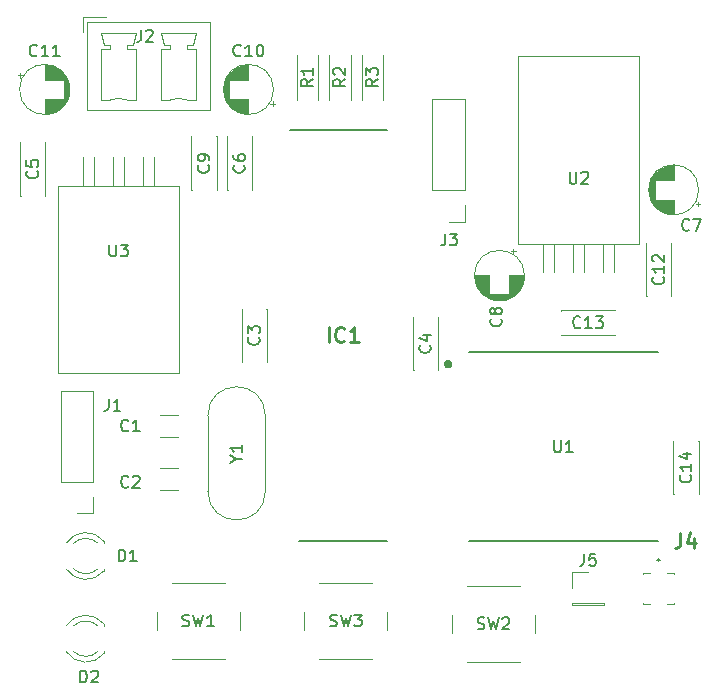
<source format=gto>
%TF.GenerationSoftware,KiCad,Pcbnew,9.0.5-9.0.5~ubuntu24.04.1*%
%TF.CreationDate,2025-11-05T16:31:41+03:00*%
%TF.ProjectId,Lora-Based pump control circuit,4c6f7261-2d42-4617-9365-642070756d70,1.0*%
%TF.SameCoordinates,Original*%
%TF.FileFunction,Legend,Top*%
%TF.FilePolarity,Positive*%
%FSLAX46Y46*%
G04 Gerber Fmt 4.6, Leading zero omitted, Abs format (unit mm)*
G04 Created by KiCad (PCBNEW 9.0.5-9.0.5~ubuntu24.04.1) date 2025-11-05 16:31:41*
%MOMM*%
%LPD*%
G01*
G04 APERTURE LIST*
%ADD10C,0.150000*%
%ADD11C,0.254000*%
%ADD12C,0.120000*%
%ADD13C,0.200000*%
%ADD14C,0.010000*%
%ADD15C,0.100000*%
G04 APERTURE END LIST*
D10*
X122333333Y-101859580D02*
X122285714Y-101907200D01*
X122285714Y-101907200D02*
X122142857Y-101954819D01*
X122142857Y-101954819D02*
X122047619Y-101954819D01*
X122047619Y-101954819D02*
X121904762Y-101907200D01*
X121904762Y-101907200D02*
X121809524Y-101811961D01*
X121809524Y-101811961D02*
X121761905Y-101716723D01*
X121761905Y-101716723D02*
X121714286Y-101526247D01*
X121714286Y-101526247D02*
X121714286Y-101383390D01*
X121714286Y-101383390D02*
X121761905Y-101192914D01*
X121761905Y-101192914D02*
X121809524Y-101097676D01*
X121809524Y-101097676D02*
X121904762Y-101002438D01*
X121904762Y-101002438D02*
X122047619Y-100954819D01*
X122047619Y-100954819D02*
X122142857Y-100954819D01*
X122142857Y-100954819D02*
X122285714Y-101002438D01*
X122285714Y-101002438D02*
X122333333Y-101050057D01*
X122714286Y-101050057D02*
X122761905Y-101002438D01*
X122761905Y-101002438D02*
X122857143Y-100954819D01*
X122857143Y-100954819D02*
X123095238Y-100954819D01*
X123095238Y-100954819D02*
X123190476Y-101002438D01*
X123190476Y-101002438D02*
X123238095Y-101050057D01*
X123238095Y-101050057D02*
X123285714Y-101145295D01*
X123285714Y-101145295D02*
X123285714Y-101240533D01*
X123285714Y-101240533D02*
X123238095Y-101383390D01*
X123238095Y-101383390D02*
X122666667Y-101954819D01*
X122666667Y-101954819D02*
X123285714Y-101954819D01*
X167609580Y-84142857D02*
X167657200Y-84190476D01*
X167657200Y-84190476D02*
X167704819Y-84333333D01*
X167704819Y-84333333D02*
X167704819Y-84428571D01*
X167704819Y-84428571D02*
X167657200Y-84571428D01*
X167657200Y-84571428D02*
X167561961Y-84666666D01*
X167561961Y-84666666D02*
X167466723Y-84714285D01*
X167466723Y-84714285D02*
X167276247Y-84761904D01*
X167276247Y-84761904D02*
X167133390Y-84761904D01*
X167133390Y-84761904D02*
X166942914Y-84714285D01*
X166942914Y-84714285D02*
X166847676Y-84666666D01*
X166847676Y-84666666D02*
X166752438Y-84571428D01*
X166752438Y-84571428D02*
X166704819Y-84428571D01*
X166704819Y-84428571D02*
X166704819Y-84333333D01*
X166704819Y-84333333D02*
X166752438Y-84190476D01*
X166752438Y-84190476D02*
X166800057Y-84142857D01*
X167704819Y-83190476D02*
X167704819Y-83761904D01*
X167704819Y-83476190D02*
X166704819Y-83476190D01*
X166704819Y-83476190D02*
X166847676Y-83571428D01*
X166847676Y-83571428D02*
X166942914Y-83666666D01*
X166942914Y-83666666D02*
X166990533Y-83761904D01*
X166800057Y-82809523D02*
X166752438Y-82761904D01*
X166752438Y-82761904D02*
X166704819Y-82666666D01*
X166704819Y-82666666D02*
X166704819Y-82428571D01*
X166704819Y-82428571D02*
X166752438Y-82333333D01*
X166752438Y-82333333D02*
X166800057Y-82285714D01*
X166800057Y-82285714D02*
X166895295Y-82238095D01*
X166895295Y-82238095D02*
X166990533Y-82238095D01*
X166990533Y-82238095D02*
X167133390Y-82285714D01*
X167133390Y-82285714D02*
X167704819Y-82857142D01*
X167704819Y-82857142D02*
X167704819Y-82238095D01*
X131857142Y-65359580D02*
X131809523Y-65407200D01*
X131809523Y-65407200D02*
X131666666Y-65454819D01*
X131666666Y-65454819D02*
X131571428Y-65454819D01*
X131571428Y-65454819D02*
X131428571Y-65407200D01*
X131428571Y-65407200D02*
X131333333Y-65311961D01*
X131333333Y-65311961D02*
X131285714Y-65216723D01*
X131285714Y-65216723D02*
X131238095Y-65026247D01*
X131238095Y-65026247D02*
X131238095Y-64883390D01*
X131238095Y-64883390D02*
X131285714Y-64692914D01*
X131285714Y-64692914D02*
X131333333Y-64597676D01*
X131333333Y-64597676D02*
X131428571Y-64502438D01*
X131428571Y-64502438D02*
X131571428Y-64454819D01*
X131571428Y-64454819D02*
X131666666Y-64454819D01*
X131666666Y-64454819D02*
X131809523Y-64502438D01*
X131809523Y-64502438D02*
X131857142Y-64550057D01*
X132809523Y-65454819D02*
X132238095Y-65454819D01*
X132523809Y-65454819D02*
X132523809Y-64454819D01*
X132523809Y-64454819D02*
X132428571Y-64597676D01*
X132428571Y-64597676D02*
X132333333Y-64692914D01*
X132333333Y-64692914D02*
X132238095Y-64740533D01*
X133428571Y-64454819D02*
X133523809Y-64454819D01*
X133523809Y-64454819D02*
X133619047Y-64502438D01*
X133619047Y-64502438D02*
X133666666Y-64550057D01*
X133666666Y-64550057D02*
X133714285Y-64645295D01*
X133714285Y-64645295D02*
X133761904Y-64835771D01*
X133761904Y-64835771D02*
X133761904Y-65073866D01*
X133761904Y-65073866D02*
X133714285Y-65264342D01*
X133714285Y-65264342D02*
X133666666Y-65359580D01*
X133666666Y-65359580D02*
X133619047Y-65407200D01*
X133619047Y-65407200D02*
X133523809Y-65454819D01*
X133523809Y-65454819D02*
X133428571Y-65454819D01*
X133428571Y-65454819D02*
X133333333Y-65407200D01*
X133333333Y-65407200D02*
X133285714Y-65359580D01*
X133285714Y-65359580D02*
X133238095Y-65264342D01*
X133238095Y-65264342D02*
X133190476Y-65073866D01*
X133190476Y-65073866D02*
X133190476Y-64835771D01*
X133190476Y-64835771D02*
X133238095Y-64645295D01*
X133238095Y-64645295D02*
X133285714Y-64550057D01*
X133285714Y-64550057D02*
X133333333Y-64502438D01*
X133333333Y-64502438D02*
X133428571Y-64454819D01*
X139416667Y-113657200D02*
X139559524Y-113704819D01*
X139559524Y-113704819D02*
X139797619Y-113704819D01*
X139797619Y-113704819D02*
X139892857Y-113657200D01*
X139892857Y-113657200D02*
X139940476Y-113609580D01*
X139940476Y-113609580D02*
X139988095Y-113514342D01*
X139988095Y-113514342D02*
X139988095Y-113419104D01*
X139988095Y-113419104D02*
X139940476Y-113323866D01*
X139940476Y-113323866D02*
X139892857Y-113276247D01*
X139892857Y-113276247D02*
X139797619Y-113228628D01*
X139797619Y-113228628D02*
X139607143Y-113181009D01*
X139607143Y-113181009D02*
X139511905Y-113133390D01*
X139511905Y-113133390D02*
X139464286Y-113085771D01*
X139464286Y-113085771D02*
X139416667Y-112990533D01*
X139416667Y-112990533D02*
X139416667Y-112895295D01*
X139416667Y-112895295D02*
X139464286Y-112800057D01*
X139464286Y-112800057D02*
X139511905Y-112752438D01*
X139511905Y-112752438D02*
X139607143Y-112704819D01*
X139607143Y-112704819D02*
X139845238Y-112704819D01*
X139845238Y-112704819D02*
X139988095Y-112752438D01*
X140321429Y-112704819D02*
X140559524Y-113704819D01*
X140559524Y-113704819D02*
X140750000Y-112990533D01*
X140750000Y-112990533D02*
X140940476Y-113704819D01*
X140940476Y-113704819D02*
X141178572Y-112704819D01*
X141464286Y-112704819D02*
X142083333Y-112704819D01*
X142083333Y-112704819D02*
X141750000Y-113085771D01*
X141750000Y-113085771D02*
X141892857Y-113085771D01*
X141892857Y-113085771D02*
X141988095Y-113133390D01*
X141988095Y-113133390D02*
X142035714Y-113181009D01*
X142035714Y-113181009D02*
X142083333Y-113276247D01*
X142083333Y-113276247D02*
X142083333Y-113514342D01*
X142083333Y-113514342D02*
X142035714Y-113609580D01*
X142035714Y-113609580D02*
X141988095Y-113657200D01*
X141988095Y-113657200D02*
X141892857Y-113704819D01*
X141892857Y-113704819D02*
X141607143Y-113704819D01*
X141607143Y-113704819D02*
X141511905Y-113657200D01*
X141511905Y-113657200D02*
X141464286Y-113609580D01*
X133359580Y-89236666D02*
X133407200Y-89284285D01*
X133407200Y-89284285D02*
X133454819Y-89427142D01*
X133454819Y-89427142D02*
X133454819Y-89522380D01*
X133454819Y-89522380D02*
X133407200Y-89665237D01*
X133407200Y-89665237D02*
X133311961Y-89760475D01*
X133311961Y-89760475D02*
X133216723Y-89808094D01*
X133216723Y-89808094D02*
X133026247Y-89855713D01*
X133026247Y-89855713D02*
X132883390Y-89855713D01*
X132883390Y-89855713D02*
X132692914Y-89808094D01*
X132692914Y-89808094D02*
X132597676Y-89760475D01*
X132597676Y-89760475D02*
X132502438Y-89665237D01*
X132502438Y-89665237D02*
X132454819Y-89522380D01*
X132454819Y-89522380D02*
X132454819Y-89427142D01*
X132454819Y-89427142D02*
X132502438Y-89284285D01*
X132502438Y-89284285D02*
X132550057Y-89236666D01*
X132454819Y-88903332D02*
X132454819Y-88284285D01*
X132454819Y-88284285D02*
X132835771Y-88617618D01*
X132835771Y-88617618D02*
X132835771Y-88474761D01*
X132835771Y-88474761D02*
X132883390Y-88379523D01*
X132883390Y-88379523D02*
X132931009Y-88331904D01*
X132931009Y-88331904D02*
X133026247Y-88284285D01*
X133026247Y-88284285D02*
X133264342Y-88284285D01*
X133264342Y-88284285D02*
X133359580Y-88331904D01*
X133359580Y-88331904D02*
X133407200Y-88379523D01*
X133407200Y-88379523D02*
X133454819Y-88474761D01*
X133454819Y-88474761D02*
X133454819Y-88760475D01*
X133454819Y-88760475D02*
X133407200Y-88855713D01*
X133407200Y-88855713D02*
X133359580Y-88903332D01*
X140704819Y-67376666D02*
X140228628Y-67709999D01*
X140704819Y-67948094D02*
X139704819Y-67948094D01*
X139704819Y-67948094D02*
X139704819Y-67567142D01*
X139704819Y-67567142D02*
X139752438Y-67471904D01*
X139752438Y-67471904D02*
X139800057Y-67424285D01*
X139800057Y-67424285D02*
X139895295Y-67376666D01*
X139895295Y-67376666D02*
X140038152Y-67376666D01*
X140038152Y-67376666D02*
X140133390Y-67424285D01*
X140133390Y-67424285D02*
X140181009Y-67471904D01*
X140181009Y-67471904D02*
X140228628Y-67567142D01*
X140228628Y-67567142D02*
X140228628Y-67948094D01*
X139800057Y-66995713D02*
X139752438Y-66948094D01*
X139752438Y-66948094D02*
X139704819Y-66852856D01*
X139704819Y-66852856D02*
X139704819Y-66614761D01*
X139704819Y-66614761D02*
X139752438Y-66519523D01*
X139752438Y-66519523D02*
X139800057Y-66471904D01*
X139800057Y-66471904D02*
X139895295Y-66424285D01*
X139895295Y-66424285D02*
X139990533Y-66424285D01*
X139990533Y-66424285D02*
X140133390Y-66471904D01*
X140133390Y-66471904D02*
X140704819Y-67043332D01*
X140704819Y-67043332D02*
X140704819Y-66424285D01*
X122333333Y-97109580D02*
X122285714Y-97157200D01*
X122285714Y-97157200D02*
X122142857Y-97204819D01*
X122142857Y-97204819D02*
X122047619Y-97204819D01*
X122047619Y-97204819D02*
X121904762Y-97157200D01*
X121904762Y-97157200D02*
X121809524Y-97061961D01*
X121809524Y-97061961D02*
X121761905Y-96966723D01*
X121761905Y-96966723D02*
X121714286Y-96776247D01*
X121714286Y-96776247D02*
X121714286Y-96633390D01*
X121714286Y-96633390D02*
X121761905Y-96442914D01*
X121761905Y-96442914D02*
X121809524Y-96347676D01*
X121809524Y-96347676D02*
X121904762Y-96252438D01*
X121904762Y-96252438D02*
X122047619Y-96204819D01*
X122047619Y-96204819D02*
X122142857Y-96204819D01*
X122142857Y-96204819D02*
X122285714Y-96252438D01*
X122285714Y-96252438D02*
X122333333Y-96300057D01*
X123285714Y-97204819D02*
X122714286Y-97204819D01*
X123000000Y-97204819D02*
X123000000Y-96204819D01*
X123000000Y-96204819D02*
X122904762Y-96347676D01*
X122904762Y-96347676D02*
X122809524Y-96442914D01*
X122809524Y-96442914D02*
X122714286Y-96490533D01*
X120666666Y-94454819D02*
X120666666Y-95169104D01*
X120666666Y-95169104D02*
X120619047Y-95311961D01*
X120619047Y-95311961D02*
X120523809Y-95407200D01*
X120523809Y-95407200D02*
X120380952Y-95454819D01*
X120380952Y-95454819D02*
X120285714Y-95454819D01*
X121666666Y-95454819D02*
X121095238Y-95454819D01*
X121380952Y-95454819D02*
X121380952Y-94454819D01*
X121380952Y-94454819D02*
X121285714Y-94597676D01*
X121285714Y-94597676D02*
X121190476Y-94692914D01*
X121190476Y-94692914D02*
X121095238Y-94740533D01*
X137954819Y-67376666D02*
X137478628Y-67709999D01*
X137954819Y-67948094D02*
X136954819Y-67948094D01*
X136954819Y-67948094D02*
X136954819Y-67567142D01*
X136954819Y-67567142D02*
X137002438Y-67471904D01*
X137002438Y-67471904D02*
X137050057Y-67424285D01*
X137050057Y-67424285D02*
X137145295Y-67376666D01*
X137145295Y-67376666D02*
X137288152Y-67376666D01*
X137288152Y-67376666D02*
X137383390Y-67424285D01*
X137383390Y-67424285D02*
X137431009Y-67471904D01*
X137431009Y-67471904D02*
X137478628Y-67567142D01*
X137478628Y-67567142D02*
X137478628Y-67948094D01*
X137954819Y-66424285D02*
X137954819Y-66995713D01*
X137954819Y-66709999D02*
X136954819Y-66709999D01*
X136954819Y-66709999D02*
X137097676Y-66805237D01*
X137097676Y-66805237D02*
X137192914Y-66900475D01*
X137192914Y-66900475D02*
X137240533Y-66995713D01*
X143454819Y-67376666D02*
X142978628Y-67709999D01*
X143454819Y-67948094D02*
X142454819Y-67948094D01*
X142454819Y-67948094D02*
X142454819Y-67567142D01*
X142454819Y-67567142D02*
X142502438Y-67471904D01*
X142502438Y-67471904D02*
X142550057Y-67424285D01*
X142550057Y-67424285D02*
X142645295Y-67376666D01*
X142645295Y-67376666D02*
X142788152Y-67376666D01*
X142788152Y-67376666D02*
X142883390Y-67424285D01*
X142883390Y-67424285D02*
X142931009Y-67471904D01*
X142931009Y-67471904D02*
X142978628Y-67567142D01*
X142978628Y-67567142D02*
X142978628Y-67948094D01*
X142454819Y-67043332D02*
X142454819Y-66424285D01*
X142454819Y-66424285D02*
X142835771Y-66757618D01*
X142835771Y-66757618D02*
X142835771Y-66614761D01*
X142835771Y-66614761D02*
X142883390Y-66519523D01*
X142883390Y-66519523D02*
X142931009Y-66471904D01*
X142931009Y-66471904D02*
X143026247Y-66424285D01*
X143026247Y-66424285D02*
X143264342Y-66424285D01*
X143264342Y-66424285D02*
X143359580Y-66471904D01*
X143359580Y-66471904D02*
X143407200Y-66519523D01*
X143407200Y-66519523D02*
X143454819Y-66614761D01*
X143454819Y-66614761D02*
X143454819Y-66900475D01*
X143454819Y-66900475D02*
X143407200Y-66995713D01*
X143407200Y-66995713D02*
X143359580Y-67043332D01*
X132109580Y-74666666D02*
X132157200Y-74714285D01*
X132157200Y-74714285D02*
X132204819Y-74857142D01*
X132204819Y-74857142D02*
X132204819Y-74952380D01*
X132204819Y-74952380D02*
X132157200Y-75095237D01*
X132157200Y-75095237D02*
X132061961Y-75190475D01*
X132061961Y-75190475D02*
X131966723Y-75238094D01*
X131966723Y-75238094D02*
X131776247Y-75285713D01*
X131776247Y-75285713D02*
X131633390Y-75285713D01*
X131633390Y-75285713D02*
X131442914Y-75238094D01*
X131442914Y-75238094D02*
X131347676Y-75190475D01*
X131347676Y-75190475D02*
X131252438Y-75095237D01*
X131252438Y-75095237D02*
X131204819Y-74952380D01*
X131204819Y-74952380D02*
X131204819Y-74857142D01*
X131204819Y-74857142D02*
X131252438Y-74714285D01*
X131252438Y-74714285D02*
X131300057Y-74666666D01*
X131204819Y-73809523D02*
X131204819Y-73999999D01*
X131204819Y-73999999D02*
X131252438Y-74095237D01*
X131252438Y-74095237D02*
X131300057Y-74142856D01*
X131300057Y-74142856D02*
X131442914Y-74238094D01*
X131442914Y-74238094D02*
X131633390Y-74285713D01*
X131633390Y-74285713D02*
X132014342Y-74285713D01*
X132014342Y-74285713D02*
X132109580Y-74238094D01*
X132109580Y-74238094D02*
X132157200Y-74190475D01*
X132157200Y-74190475D02*
X132204819Y-74095237D01*
X132204819Y-74095237D02*
X132204819Y-73904761D01*
X132204819Y-73904761D02*
X132157200Y-73809523D01*
X132157200Y-73809523D02*
X132109580Y-73761904D01*
X132109580Y-73761904D02*
X132014342Y-73714285D01*
X132014342Y-73714285D02*
X131776247Y-73714285D01*
X131776247Y-73714285D02*
X131681009Y-73761904D01*
X131681009Y-73761904D02*
X131633390Y-73809523D01*
X131633390Y-73809523D02*
X131585771Y-73904761D01*
X131585771Y-73904761D02*
X131585771Y-74095237D01*
X131585771Y-74095237D02*
X131633390Y-74190475D01*
X131633390Y-74190475D02*
X131681009Y-74238094D01*
X131681009Y-74238094D02*
X131776247Y-74285713D01*
X149166666Y-80454819D02*
X149166666Y-81169104D01*
X149166666Y-81169104D02*
X149119047Y-81311961D01*
X149119047Y-81311961D02*
X149023809Y-81407200D01*
X149023809Y-81407200D02*
X148880952Y-81454819D01*
X148880952Y-81454819D02*
X148785714Y-81454819D01*
X149547619Y-80454819D02*
X150166666Y-80454819D01*
X150166666Y-80454819D02*
X149833333Y-80835771D01*
X149833333Y-80835771D02*
X149976190Y-80835771D01*
X149976190Y-80835771D02*
X150071428Y-80883390D01*
X150071428Y-80883390D02*
X150119047Y-80931009D01*
X150119047Y-80931009D02*
X150166666Y-81026247D01*
X150166666Y-81026247D02*
X150166666Y-81264342D01*
X150166666Y-81264342D02*
X150119047Y-81359580D01*
X150119047Y-81359580D02*
X150071428Y-81407200D01*
X150071428Y-81407200D02*
X149976190Y-81454819D01*
X149976190Y-81454819D02*
X149690476Y-81454819D01*
X149690476Y-81454819D02*
X149595238Y-81407200D01*
X149595238Y-81407200D02*
X149547619Y-81359580D01*
X123416666Y-63204819D02*
X123416666Y-63919104D01*
X123416666Y-63919104D02*
X123369047Y-64061961D01*
X123369047Y-64061961D02*
X123273809Y-64157200D01*
X123273809Y-64157200D02*
X123130952Y-64204819D01*
X123130952Y-64204819D02*
X123035714Y-64204819D01*
X123845238Y-63300057D02*
X123892857Y-63252438D01*
X123892857Y-63252438D02*
X123988095Y-63204819D01*
X123988095Y-63204819D02*
X124226190Y-63204819D01*
X124226190Y-63204819D02*
X124321428Y-63252438D01*
X124321428Y-63252438D02*
X124369047Y-63300057D01*
X124369047Y-63300057D02*
X124416666Y-63395295D01*
X124416666Y-63395295D02*
X124416666Y-63490533D01*
X124416666Y-63490533D02*
X124369047Y-63633390D01*
X124369047Y-63633390D02*
X123797619Y-64204819D01*
X123797619Y-64204819D02*
X124416666Y-64204819D01*
X151916667Y-113907200D02*
X152059524Y-113954819D01*
X152059524Y-113954819D02*
X152297619Y-113954819D01*
X152297619Y-113954819D02*
X152392857Y-113907200D01*
X152392857Y-113907200D02*
X152440476Y-113859580D01*
X152440476Y-113859580D02*
X152488095Y-113764342D01*
X152488095Y-113764342D02*
X152488095Y-113669104D01*
X152488095Y-113669104D02*
X152440476Y-113573866D01*
X152440476Y-113573866D02*
X152392857Y-113526247D01*
X152392857Y-113526247D02*
X152297619Y-113478628D01*
X152297619Y-113478628D02*
X152107143Y-113431009D01*
X152107143Y-113431009D02*
X152011905Y-113383390D01*
X152011905Y-113383390D02*
X151964286Y-113335771D01*
X151964286Y-113335771D02*
X151916667Y-113240533D01*
X151916667Y-113240533D02*
X151916667Y-113145295D01*
X151916667Y-113145295D02*
X151964286Y-113050057D01*
X151964286Y-113050057D02*
X152011905Y-113002438D01*
X152011905Y-113002438D02*
X152107143Y-112954819D01*
X152107143Y-112954819D02*
X152345238Y-112954819D01*
X152345238Y-112954819D02*
X152488095Y-113002438D01*
X152821429Y-112954819D02*
X153059524Y-113954819D01*
X153059524Y-113954819D02*
X153250000Y-113240533D01*
X153250000Y-113240533D02*
X153440476Y-113954819D01*
X153440476Y-113954819D02*
X153678572Y-112954819D01*
X154011905Y-113050057D02*
X154059524Y-113002438D01*
X154059524Y-113002438D02*
X154154762Y-112954819D01*
X154154762Y-112954819D02*
X154392857Y-112954819D01*
X154392857Y-112954819D02*
X154488095Y-113002438D01*
X154488095Y-113002438D02*
X154535714Y-113050057D01*
X154535714Y-113050057D02*
X154583333Y-113145295D01*
X154583333Y-113145295D02*
X154583333Y-113240533D01*
X154583333Y-113240533D02*
X154535714Y-113383390D01*
X154535714Y-113383390D02*
X153964286Y-113954819D01*
X153964286Y-113954819D02*
X154583333Y-113954819D01*
X158386637Y-97953791D02*
X158386637Y-98764863D01*
X158386637Y-98764863D02*
X158434347Y-98860283D01*
X158434347Y-98860283D02*
X158482058Y-98907994D01*
X158482058Y-98907994D02*
X158577478Y-98955704D01*
X158577478Y-98955704D02*
X158768318Y-98955704D01*
X158768318Y-98955704D02*
X158863739Y-98907994D01*
X158863739Y-98907994D02*
X158911449Y-98860283D01*
X158911449Y-98860283D02*
X158959159Y-98764863D01*
X158959159Y-98764863D02*
X158959159Y-97953791D01*
X159961072Y-98955704D02*
X159388550Y-98955704D01*
X159674811Y-98955704D02*
X159674811Y-97953791D01*
X159674811Y-97953791D02*
X159579391Y-98096921D01*
X159579391Y-98096921D02*
X159483970Y-98192341D01*
X159483970Y-98192341D02*
X159388550Y-98240052D01*
X131478628Y-99536190D02*
X131954819Y-99536190D01*
X130954819Y-99869523D02*
X131478628Y-99536190D01*
X131478628Y-99536190D02*
X130954819Y-99202857D01*
X131954819Y-98345714D02*
X131954819Y-98917142D01*
X131954819Y-98631428D02*
X130954819Y-98631428D01*
X130954819Y-98631428D02*
X131097676Y-98726666D01*
X131097676Y-98726666D02*
X131192914Y-98821904D01*
X131192914Y-98821904D02*
X131240533Y-98917142D01*
X120738095Y-81384819D02*
X120738095Y-82194342D01*
X120738095Y-82194342D02*
X120785714Y-82289580D01*
X120785714Y-82289580D02*
X120833333Y-82337200D01*
X120833333Y-82337200D02*
X120928571Y-82384819D01*
X120928571Y-82384819D02*
X121119047Y-82384819D01*
X121119047Y-82384819D02*
X121214285Y-82337200D01*
X121214285Y-82337200D02*
X121261904Y-82289580D01*
X121261904Y-82289580D02*
X121309523Y-82194342D01*
X121309523Y-82194342D02*
X121309523Y-81384819D01*
X121690476Y-81384819D02*
X122309523Y-81384819D01*
X122309523Y-81384819D02*
X121976190Y-81765771D01*
X121976190Y-81765771D02*
X122119047Y-81765771D01*
X122119047Y-81765771D02*
X122214285Y-81813390D01*
X122214285Y-81813390D02*
X122261904Y-81861009D01*
X122261904Y-81861009D02*
X122309523Y-81956247D01*
X122309523Y-81956247D02*
X122309523Y-82194342D01*
X122309523Y-82194342D02*
X122261904Y-82289580D01*
X122261904Y-82289580D02*
X122214285Y-82337200D01*
X122214285Y-82337200D02*
X122119047Y-82384819D01*
X122119047Y-82384819D02*
X121833333Y-82384819D01*
X121833333Y-82384819D02*
X121738095Y-82337200D01*
X121738095Y-82337200D02*
X121690476Y-82289580D01*
X114607142Y-65359580D02*
X114559523Y-65407200D01*
X114559523Y-65407200D02*
X114416666Y-65454819D01*
X114416666Y-65454819D02*
X114321428Y-65454819D01*
X114321428Y-65454819D02*
X114178571Y-65407200D01*
X114178571Y-65407200D02*
X114083333Y-65311961D01*
X114083333Y-65311961D02*
X114035714Y-65216723D01*
X114035714Y-65216723D02*
X113988095Y-65026247D01*
X113988095Y-65026247D02*
X113988095Y-64883390D01*
X113988095Y-64883390D02*
X114035714Y-64692914D01*
X114035714Y-64692914D02*
X114083333Y-64597676D01*
X114083333Y-64597676D02*
X114178571Y-64502438D01*
X114178571Y-64502438D02*
X114321428Y-64454819D01*
X114321428Y-64454819D02*
X114416666Y-64454819D01*
X114416666Y-64454819D02*
X114559523Y-64502438D01*
X114559523Y-64502438D02*
X114607142Y-64550057D01*
X115559523Y-65454819D02*
X114988095Y-65454819D01*
X115273809Y-65454819D02*
X115273809Y-64454819D01*
X115273809Y-64454819D02*
X115178571Y-64597676D01*
X115178571Y-64597676D02*
X115083333Y-64692914D01*
X115083333Y-64692914D02*
X114988095Y-64740533D01*
X116511904Y-65454819D02*
X115940476Y-65454819D01*
X116226190Y-65454819D02*
X116226190Y-64454819D01*
X116226190Y-64454819D02*
X116130952Y-64597676D01*
X116130952Y-64597676D02*
X116035714Y-64692914D01*
X116035714Y-64692914D02*
X115940476Y-64740533D01*
X118261905Y-118454819D02*
X118261905Y-117454819D01*
X118261905Y-117454819D02*
X118500000Y-117454819D01*
X118500000Y-117454819D02*
X118642857Y-117502438D01*
X118642857Y-117502438D02*
X118738095Y-117597676D01*
X118738095Y-117597676D02*
X118785714Y-117692914D01*
X118785714Y-117692914D02*
X118833333Y-117883390D01*
X118833333Y-117883390D02*
X118833333Y-118026247D01*
X118833333Y-118026247D02*
X118785714Y-118216723D01*
X118785714Y-118216723D02*
X118738095Y-118311961D01*
X118738095Y-118311961D02*
X118642857Y-118407200D01*
X118642857Y-118407200D02*
X118500000Y-118454819D01*
X118500000Y-118454819D02*
X118261905Y-118454819D01*
X119214286Y-117550057D02*
X119261905Y-117502438D01*
X119261905Y-117502438D02*
X119357143Y-117454819D01*
X119357143Y-117454819D02*
X119595238Y-117454819D01*
X119595238Y-117454819D02*
X119690476Y-117502438D01*
X119690476Y-117502438D02*
X119738095Y-117550057D01*
X119738095Y-117550057D02*
X119785714Y-117645295D01*
X119785714Y-117645295D02*
X119785714Y-117740533D01*
X119785714Y-117740533D02*
X119738095Y-117883390D01*
X119738095Y-117883390D02*
X119166667Y-118454819D01*
X119166667Y-118454819D02*
X119785714Y-118454819D01*
X160916666Y-107574819D02*
X160916666Y-108289104D01*
X160916666Y-108289104D02*
X160869047Y-108431961D01*
X160869047Y-108431961D02*
X160773809Y-108527200D01*
X160773809Y-108527200D02*
X160630952Y-108574819D01*
X160630952Y-108574819D02*
X160535714Y-108574819D01*
X161869047Y-107574819D02*
X161392857Y-107574819D01*
X161392857Y-107574819D02*
X161345238Y-108051009D01*
X161345238Y-108051009D02*
X161392857Y-108003390D01*
X161392857Y-108003390D02*
X161488095Y-107955771D01*
X161488095Y-107955771D02*
X161726190Y-107955771D01*
X161726190Y-107955771D02*
X161821428Y-108003390D01*
X161821428Y-108003390D02*
X161869047Y-108051009D01*
X161869047Y-108051009D02*
X161916666Y-108146247D01*
X161916666Y-108146247D02*
X161916666Y-108384342D01*
X161916666Y-108384342D02*
X161869047Y-108479580D01*
X161869047Y-108479580D02*
X161821428Y-108527200D01*
X161821428Y-108527200D02*
X161726190Y-108574819D01*
X161726190Y-108574819D02*
X161488095Y-108574819D01*
X161488095Y-108574819D02*
X161392857Y-108527200D01*
X161392857Y-108527200D02*
X161345238Y-108479580D01*
X160607142Y-88359580D02*
X160559523Y-88407200D01*
X160559523Y-88407200D02*
X160416666Y-88454819D01*
X160416666Y-88454819D02*
X160321428Y-88454819D01*
X160321428Y-88454819D02*
X160178571Y-88407200D01*
X160178571Y-88407200D02*
X160083333Y-88311961D01*
X160083333Y-88311961D02*
X160035714Y-88216723D01*
X160035714Y-88216723D02*
X159988095Y-88026247D01*
X159988095Y-88026247D02*
X159988095Y-87883390D01*
X159988095Y-87883390D02*
X160035714Y-87692914D01*
X160035714Y-87692914D02*
X160083333Y-87597676D01*
X160083333Y-87597676D02*
X160178571Y-87502438D01*
X160178571Y-87502438D02*
X160321428Y-87454819D01*
X160321428Y-87454819D02*
X160416666Y-87454819D01*
X160416666Y-87454819D02*
X160559523Y-87502438D01*
X160559523Y-87502438D02*
X160607142Y-87550057D01*
X161559523Y-88454819D02*
X160988095Y-88454819D01*
X161273809Y-88454819D02*
X161273809Y-87454819D01*
X161273809Y-87454819D02*
X161178571Y-87597676D01*
X161178571Y-87597676D02*
X161083333Y-87692914D01*
X161083333Y-87692914D02*
X160988095Y-87740533D01*
X161892857Y-87454819D02*
X162511904Y-87454819D01*
X162511904Y-87454819D02*
X162178571Y-87835771D01*
X162178571Y-87835771D02*
X162321428Y-87835771D01*
X162321428Y-87835771D02*
X162416666Y-87883390D01*
X162416666Y-87883390D02*
X162464285Y-87931009D01*
X162464285Y-87931009D02*
X162511904Y-88026247D01*
X162511904Y-88026247D02*
X162511904Y-88264342D01*
X162511904Y-88264342D02*
X162464285Y-88359580D01*
X162464285Y-88359580D02*
X162416666Y-88407200D01*
X162416666Y-88407200D02*
X162321428Y-88454819D01*
X162321428Y-88454819D02*
X162035714Y-88454819D01*
X162035714Y-88454819D02*
X161940476Y-88407200D01*
X161940476Y-88407200D02*
X161892857Y-88359580D01*
D11*
X169076667Y-105804318D02*
X169076667Y-106711461D01*
X169076667Y-106711461D02*
X169016190Y-106892889D01*
X169016190Y-106892889D02*
X168895238Y-107013842D01*
X168895238Y-107013842D02*
X168713809Y-107074318D01*
X168713809Y-107074318D02*
X168592857Y-107074318D01*
X170225714Y-106227651D02*
X170225714Y-107074318D01*
X169923333Y-105743842D02*
X169620952Y-106650984D01*
X169620952Y-106650984D02*
X170407143Y-106650984D01*
D10*
X159698095Y-75224819D02*
X159698095Y-76034342D01*
X159698095Y-76034342D02*
X159745714Y-76129580D01*
X159745714Y-76129580D02*
X159793333Y-76177200D01*
X159793333Y-76177200D02*
X159888571Y-76224819D01*
X159888571Y-76224819D02*
X160079047Y-76224819D01*
X160079047Y-76224819D02*
X160174285Y-76177200D01*
X160174285Y-76177200D02*
X160221904Y-76129580D01*
X160221904Y-76129580D02*
X160269523Y-76034342D01*
X160269523Y-76034342D02*
X160269523Y-75224819D01*
X160698095Y-75320057D02*
X160745714Y-75272438D01*
X160745714Y-75272438D02*
X160840952Y-75224819D01*
X160840952Y-75224819D02*
X161079047Y-75224819D01*
X161079047Y-75224819D02*
X161174285Y-75272438D01*
X161174285Y-75272438D02*
X161221904Y-75320057D01*
X161221904Y-75320057D02*
X161269523Y-75415295D01*
X161269523Y-75415295D02*
X161269523Y-75510533D01*
X161269523Y-75510533D02*
X161221904Y-75653390D01*
X161221904Y-75653390D02*
X160650476Y-76224819D01*
X160650476Y-76224819D02*
X161269523Y-76224819D01*
X121511905Y-108204819D02*
X121511905Y-107204819D01*
X121511905Y-107204819D02*
X121750000Y-107204819D01*
X121750000Y-107204819D02*
X121892857Y-107252438D01*
X121892857Y-107252438D02*
X121988095Y-107347676D01*
X121988095Y-107347676D02*
X122035714Y-107442914D01*
X122035714Y-107442914D02*
X122083333Y-107633390D01*
X122083333Y-107633390D02*
X122083333Y-107776247D01*
X122083333Y-107776247D02*
X122035714Y-107966723D01*
X122035714Y-107966723D02*
X121988095Y-108061961D01*
X121988095Y-108061961D02*
X121892857Y-108157200D01*
X121892857Y-108157200D02*
X121750000Y-108204819D01*
X121750000Y-108204819D02*
X121511905Y-108204819D01*
X123035714Y-108204819D02*
X122464286Y-108204819D01*
X122750000Y-108204819D02*
X122750000Y-107204819D01*
X122750000Y-107204819D02*
X122654762Y-107347676D01*
X122654762Y-107347676D02*
X122559524Y-107442914D01*
X122559524Y-107442914D02*
X122464286Y-107490533D01*
X129109580Y-74666666D02*
X129157200Y-74714285D01*
X129157200Y-74714285D02*
X129204819Y-74857142D01*
X129204819Y-74857142D02*
X129204819Y-74952380D01*
X129204819Y-74952380D02*
X129157200Y-75095237D01*
X129157200Y-75095237D02*
X129061961Y-75190475D01*
X129061961Y-75190475D02*
X128966723Y-75238094D01*
X128966723Y-75238094D02*
X128776247Y-75285713D01*
X128776247Y-75285713D02*
X128633390Y-75285713D01*
X128633390Y-75285713D02*
X128442914Y-75238094D01*
X128442914Y-75238094D02*
X128347676Y-75190475D01*
X128347676Y-75190475D02*
X128252438Y-75095237D01*
X128252438Y-75095237D02*
X128204819Y-74952380D01*
X128204819Y-74952380D02*
X128204819Y-74857142D01*
X128204819Y-74857142D02*
X128252438Y-74714285D01*
X128252438Y-74714285D02*
X128300057Y-74666666D01*
X129204819Y-74190475D02*
X129204819Y-73999999D01*
X129204819Y-73999999D02*
X129157200Y-73904761D01*
X129157200Y-73904761D02*
X129109580Y-73857142D01*
X129109580Y-73857142D02*
X128966723Y-73761904D01*
X128966723Y-73761904D02*
X128776247Y-73714285D01*
X128776247Y-73714285D02*
X128395295Y-73714285D01*
X128395295Y-73714285D02*
X128300057Y-73761904D01*
X128300057Y-73761904D02*
X128252438Y-73809523D01*
X128252438Y-73809523D02*
X128204819Y-73904761D01*
X128204819Y-73904761D02*
X128204819Y-74095237D01*
X128204819Y-74095237D02*
X128252438Y-74190475D01*
X128252438Y-74190475D02*
X128300057Y-74238094D01*
X128300057Y-74238094D02*
X128395295Y-74285713D01*
X128395295Y-74285713D02*
X128633390Y-74285713D01*
X128633390Y-74285713D02*
X128728628Y-74238094D01*
X128728628Y-74238094D02*
X128776247Y-74190475D01*
X128776247Y-74190475D02*
X128823866Y-74095237D01*
X128823866Y-74095237D02*
X128823866Y-73904761D01*
X128823866Y-73904761D02*
X128776247Y-73809523D01*
X128776247Y-73809523D02*
X128728628Y-73761904D01*
X128728628Y-73761904D02*
X128633390Y-73714285D01*
X114609580Y-75166666D02*
X114657200Y-75214285D01*
X114657200Y-75214285D02*
X114704819Y-75357142D01*
X114704819Y-75357142D02*
X114704819Y-75452380D01*
X114704819Y-75452380D02*
X114657200Y-75595237D01*
X114657200Y-75595237D02*
X114561961Y-75690475D01*
X114561961Y-75690475D02*
X114466723Y-75738094D01*
X114466723Y-75738094D02*
X114276247Y-75785713D01*
X114276247Y-75785713D02*
X114133390Y-75785713D01*
X114133390Y-75785713D02*
X113942914Y-75738094D01*
X113942914Y-75738094D02*
X113847676Y-75690475D01*
X113847676Y-75690475D02*
X113752438Y-75595237D01*
X113752438Y-75595237D02*
X113704819Y-75452380D01*
X113704819Y-75452380D02*
X113704819Y-75357142D01*
X113704819Y-75357142D02*
X113752438Y-75214285D01*
X113752438Y-75214285D02*
X113800057Y-75166666D01*
X113704819Y-74261904D02*
X113704819Y-74738094D01*
X113704819Y-74738094D02*
X114181009Y-74785713D01*
X114181009Y-74785713D02*
X114133390Y-74738094D01*
X114133390Y-74738094D02*
X114085771Y-74642856D01*
X114085771Y-74642856D02*
X114085771Y-74404761D01*
X114085771Y-74404761D02*
X114133390Y-74309523D01*
X114133390Y-74309523D02*
X114181009Y-74261904D01*
X114181009Y-74261904D02*
X114276247Y-74214285D01*
X114276247Y-74214285D02*
X114514342Y-74214285D01*
X114514342Y-74214285D02*
X114609580Y-74261904D01*
X114609580Y-74261904D02*
X114657200Y-74309523D01*
X114657200Y-74309523D02*
X114704819Y-74404761D01*
X114704819Y-74404761D02*
X114704819Y-74642856D01*
X114704819Y-74642856D02*
X114657200Y-74738094D01*
X114657200Y-74738094D02*
X114609580Y-74785713D01*
X169833333Y-80109580D02*
X169785714Y-80157200D01*
X169785714Y-80157200D02*
X169642857Y-80204819D01*
X169642857Y-80204819D02*
X169547619Y-80204819D01*
X169547619Y-80204819D02*
X169404762Y-80157200D01*
X169404762Y-80157200D02*
X169309524Y-80061961D01*
X169309524Y-80061961D02*
X169261905Y-79966723D01*
X169261905Y-79966723D02*
X169214286Y-79776247D01*
X169214286Y-79776247D02*
X169214286Y-79633390D01*
X169214286Y-79633390D02*
X169261905Y-79442914D01*
X169261905Y-79442914D02*
X169309524Y-79347676D01*
X169309524Y-79347676D02*
X169404762Y-79252438D01*
X169404762Y-79252438D02*
X169547619Y-79204819D01*
X169547619Y-79204819D02*
X169642857Y-79204819D01*
X169642857Y-79204819D02*
X169785714Y-79252438D01*
X169785714Y-79252438D02*
X169833333Y-79300057D01*
X170166667Y-79204819D02*
X170833333Y-79204819D01*
X170833333Y-79204819D02*
X170404762Y-80204819D01*
X126916667Y-113657200D02*
X127059524Y-113704819D01*
X127059524Y-113704819D02*
X127297619Y-113704819D01*
X127297619Y-113704819D02*
X127392857Y-113657200D01*
X127392857Y-113657200D02*
X127440476Y-113609580D01*
X127440476Y-113609580D02*
X127488095Y-113514342D01*
X127488095Y-113514342D02*
X127488095Y-113419104D01*
X127488095Y-113419104D02*
X127440476Y-113323866D01*
X127440476Y-113323866D02*
X127392857Y-113276247D01*
X127392857Y-113276247D02*
X127297619Y-113228628D01*
X127297619Y-113228628D02*
X127107143Y-113181009D01*
X127107143Y-113181009D02*
X127011905Y-113133390D01*
X127011905Y-113133390D02*
X126964286Y-113085771D01*
X126964286Y-113085771D02*
X126916667Y-112990533D01*
X126916667Y-112990533D02*
X126916667Y-112895295D01*
X126916667Y-112895295D02*
X126964286Y-112800057D01*
X126964286Y-112800057D02*
X127011905Y-112752438D01*
X127011905Y-112752438D02*
X127107143Y-112704819D01*
X127107143Y-112704819D02*
X127345238Y-112704819D01*
X127345238Y-112704819D02*
X127488095Y-112752438D01*
X127821429Y-112704819D02*
X128059524Y-113704819D01*
X128059524Y-113704819D02*
X128250000Y-112990533D01*
X128250000Y-112990533D02*
X128440476Y-113704819D01*
X128440476Y-113704819D02*
X128678572Y-112704819D01*
X129583333Y-113704819D02*
X129011905Y-113704819D01*
X129297619Y-113704819D02*
X129297619Y-112704819D01*
X129297619Y-112704819D02*
X129202381Y-112847676D01*
X129202381Y-112847676D02*
X129107143Y-112942914D01*
X129107143Y-112942914D02*
X129011905Y-112990533D01*
X153859580Y-87666666D02*
X153907200Y-87714285D01*
X153907200Y-87714285D02*
X153954819Y-87857142D01*
X153954819Y-87857142D02*
X153954819Y-87952380D01*
X153954819Y-87952380D02*
X153907200Y-88095237D01*
X153907200Y-88095237D02*
X153811961Y-88190475D01*
X153811961Y-88190475D02*
X153716723Y-88238094D01*
X153716723Y-88238094D02*
X153526247Y-88285713D01*
X153526247Y-88285713D02*
X153383390Y-88285713D01*
X153383390Y-88285713D02*
X153192914Y-88238094D01*
X153192914Y-88238094D02*
X153097676Y-88190475D01*
X153097676Y-88190475D02*
X153002438Y-88095237D01*
X153002438Y-88095237D02*
X152954819Y-87952380D01*
X152954819Y-87952380D02*
X152954819Y-87857142D01*
X152954819Y-87857142D02*
X153002438Y-87714285D01*
X153002438Y-87714285D02*
X153050057Y-87666666D01*
X153383390Y-87095237D02*
X153335771Y-87190475D01*
X153335771Y-87190475D02*
X153288152Y-87238094D01*
X153288152Y-87238094D02*
X153192914Y-87285713D01*
X153192914Y-87285713D02*
X153145295Y-87285713D01*
X153145295Y-87285713D02*
X153050057Y-87238094D01*
X153050057Y-87238094D02*
X153002438Y-87190475D01*
X153002438Y-87190475D02*
X152954819Y-87095237D01*
X152954819Y-87095237D02*
X152954819Y-86904761D01*
X152954819Y-86904761D02*
X153002438Y-86809523D01*
X153002438Y-86809523D02*
X153050057Y-86761904D01*
X153050057Y-86761904D02*
X153145295Y-86714285D01*
X153145295Y-86714285D02*
X153192914Y-86714285D01*
X153192914Y-86714285D02*
X153288152Y-86761904D01*
X153288152Y-86761904D02*
X153335771Y-86809523D01*
X153335771Y-86809523D02*
X153383390Y-86904761D01*
X153383390Y-86904761D02*
X153383390Y-87095237D01*
X153383390Y-87095237D02*
X153431009Y-87190475D01*
X153431009Y-87190475D02*
X153478628Y-87238094D01*
X153478628Y-87238094D02*
X153573866Y-87285713D01*
X153573866Y-87285713D02*
X153764342Y-87285713D01*
X153764342Y-87285713D02*
X153859580Y-87238094D01*
X153859580Y-87238094D02*
X153907200Y-87190475D01*
X153907200Y-87190475D02*
X153954819Y-87095237D01*
X153954819Y-87095237D02*
X153954819Y-86904761D01*
X153954819Y-86904761D02*
X153907200Y-86809523D01*
X153907200Y-86809523D02*
X153859580Y-86761904D01*
X153859580Y-86761904D02*
X153764342Y-86714285D01*
X153764342Y-86714285D02*
X153573866Y-86714285D01*
X153573866Y-86714285D02*
X153478628Y-86761904D01*
X153478628Y-86761904D02*
X153431009Y-86809523D01*
X153431009Y-86809523D02*
X153383390Y-86904761D01*
D11*
X139291237Y-89644318D02*
X139291237Y-88374318D01*
X140621714Y-89523365D02*
X140561238Y-89583842D01*
X140561238Y-89583842D02*
X140379809Y-89644318D01*
X140379809Y-89644318D02*
X140258857Y-89644318D01*
X140258857Y-89644318D02*
X140077428Y-89583842D01*
X140077428Y-89583842D02*
X139956476Y-89462889D01*
X139956476Y-89462889D02*
X139895999Y-89341937D01*
X139895999Y-89341937D02*
X139835523Y-89100032D01*
X139835523Y-89100032D02*
X139835523Y-88918603D01*
X139835523Y-88918603D02*
X139895999Y-88676699D01*
X139895999Y-88676699D02*
X139956476Y-88555746D01*
X139956476Y-88555746D02*
X140077428Y-88434794D01*
X140077428Y-88434794D02*
X140258857Y-88374318D01*
X140258857Y-88374318D02*
X140379809Y-88374318D01*
X140379809Y-88374318D02*
X140561238Y-88434794D01*
X140561238Y-88434794D02*
X140621714Y-88495270D01*
X141831238Y-89644318D02*
X141105523Y-89644318D01*
X141468380Y-89644318D02*
X141468380Y-88374318D01*
X141468380Y-88374318D02*
X141347428Y-88555746D01*
X141347428Y-88555746D02*
X141226476Y-88676699D01*
X141226476Y-88676699D02*
X141105523Y-88737175D01*
D10*
X169909580Y-100892857D02*
X169957200Y-100940476D01*
X169957200Y-100940476D02*
X170004819Y-101083333D01*
X170004819Y-101083333D02*
X170004819Y-101178571D01*
X170004819Y-101178571D02*
X169957200Y-101321428D01*
X169957200Y-101321428D02*
X169861961Y-101416666D01*
X169861961Y-101416666D02*
X169766723Y-101464285D01*
X169766723Y-101464285D02*
X169576247Y-101511904D01*
X169576247Y-101511904D02*
X169433390Y-101511904D01*
X169433390Y-101511904D02*
X169242914Y-101464285D01*
X169242914Y-101464285D02*
X169147676Y-101416666D01*
X169147676Y-101416666D02*
X169052438Y-101321428D01*
X169052438Y-101321428D02*
X169004819Y-101178571D01*
X169004819Y-101178571D02*
X169004819Y-101083333D01*
X169004819Y-101083333D02*
X169052438Y-100940476D01*
X169052438Y-100940476D02*
X169100057Y-100892857D01*
X170004819Y-99940476D02*
X170004819Y-100511904D01*
X170004819Y-100226190D02*
X169004819Y-100226190D01*
X169004819Y-100226190D02*
X169147676Y-100321428D01*
X169147676Y-100321428D02*
X169242914Y-100416666D01*
X169242914Y-100416666D02*
X169290533Y-100511904D01*
X169338152Y-99083333D02*
X170004819Y-99083333D01*
X168957200Y-99321428D02*
X169671485Y-99559523D01*
X169671485Y-99559523D02*
X169671485Y-98940476D01*
X147859580Y-89916666D02*
X147907200Y-89964285D01*
X147907200Y-89964285D02*
X147954819Y-90107142D01*
X147954819Y-90107142D02*
X147954819Y-90202380D01*
X147954819Y-90202380D02*
X147907200Y-90345237D01*
X147907200Y-90345237D02*
X147811961Y-90440475D01*
X147811961Y-90440475D02*
X147716723Y-90488094D01*
X147716723Y-90488094D02*
X147526247Y-90535713D01*
X147526247Y-90535713D02*
X147383390Y-90535713D01*
X147383390Y-90535713D02*
X147192914Y-90488094D01*
X147192914Y-90488094D02*
X147097676Y-90440475D01*
X147097676Y-90440475D02*
X147002438Y-90345237D01*
X147002438Y-90345237D02*
X146954819Y-90202380D01*
X146954819Y-90202380D02*
X146954819Y-90107142D01*
X146954819Y-90107142D02*
X147002438Y-89964285D01*
X147002438Y-89964285D02*
X147050057Y-89916666D01*
X147288152Y-89059523D02*
X147954819Y-89059523D01*
X146907200Y-89297618D02*
X147621485Y-89535713D01*
X147621485Y-89535713D02*
X147621485Y-88916666D01*
D12*
%TO.C,C2*%
X124985000Y-100330000D02*
X126515000Y-100330000D01*
X126515000Y-102170000D02*
X124985000Y-102170000D01*
%TO.C,C12*%
X166180000Y-85770000D02*
X166180000Y-81230000D01*
X166236000Y-85770000D02*
X166180000Y-85770000D01*
X168264000Y-81230000D02*
X168320000Y-81230000D01*
X168320000Y-81230000D02*
X168320000Y-85770000D01*
%TO.C,C10*%
X130420000Y-68620000D02*
X130420000Y-67880000D01*
X130460000Y-68787000D02*
X130460000Y-67713000D01*
X130500000Y-68913000D02*
X130500000Y-67587000D01*
X130540000Y-69018000D02*
X130540000Y-67482000D01*
X130580000Y-69109000D02*
X130580000Y-67391000D01*
X130620000Y-69190000D02*
X130620000Y-67310000D01*
X130660000Y-69263000D02*
X130660000Y-67237000D01*
X130700000Y-69330000D02*
X130700000Y-67170000D01*
X130740000Y-69392000D02*
X130740000Y-67108000D01*
X130780000Y-69449000D02*
X130780000Y-67051000D01*
X130820000Y-69503000D02*
X130820000Y-66997000D01*
X130860000Y-69553000D02*
X130860000Y-66947000D01*
X130900000Y-69601000D02*
X130900000Y-66899000D01*
X130940000Y-67410000D02*
X130940000Y-66854000D01*
X130940000Y-69646000D02*
X130940000Y-69090000D01*
X130980000Y-67410000D02*
X130980000Y-66812000D01*
X130980000Y-69688000D02*
X130980000Y-69090000D01*
X131020000Y-67410000D02*
X131020000Y-66772000D01*
X131020000Y-69728000D02*
X131020000Y-69090000D01*
X131060000Y-67410000D02*
X131060000Y-66734000D01*
X131060000Y-69766000D02*
X131060000Y-69090000D01*
X131100000Y-67410000D02*
X131100000Y-66698000D01*
X131100000Y-69802000D02*
X131100000Y-69090000D01*
X131140000Y-67410000D02*
X131140000Y-66664000D01*
X131140000Y-69836000D02*
X131140000Y-69090000D01*
X131180000Y-67410000D02*
X131180000Y-66631000D01*
X131180000Y-69869000D02*
X131180000Y-69090000D01*
X131220000Y-67410000D02*
X131220000Y-66600000D01*
X131220000Y-69900000D02*
X131220000Y-69090000D01*
X131260000Y-67410000D02*
X131260000Y-66570000D01*
X131260000Y-69930000D02*
X131260000Y-69090000D01*
X131300000Y-67410000D02*
X131300000Y-66542000D01*
X131300000Y-69958000D02*
X131300000Y-69090000D01*
X131340000Y-67410000D02*
X131340000Y-66516000D01*
X131340000Y-69984000D02*
X131340000Y-69090000D01*
X131380000Y-67410000D02*
X131380000Y-66490000D01*
X131380000Y-70010000D02*
X131380000Y-69090000D01*
X131420000Y-67410000D02*
X131420000Y-66466000D01*
X131420000Y-70034000D02*
X131420000Y-69090000D01*
X131460000Y-67410000D02*
X131460000Y-66443000D01*
X131460000Y-70057000D02*
X131460000Y-69090000D01*
X131500000Y-67410000D02*
X131500000Y-66421000D01*
X131500000Y-70079000D02*
X131500000Y-69090000D01*
X131540000Y-67410000D02*
X131540000Y-66400000D01*
X131540000Y-70100000D02*
X131540000Y-69090000D01*
X131580000Y-67410000D02*
X131580000Y-66380000D01*
X131580000Y-70120000D02*
X131580000Y-69090000D01*
X131620000Y-67410000D02*
X131620000Y-66361000D01*
X131620000Y-70139000D02*
X131620000Y-69090000D01*
X131660000Y-67410000D02*
X131660000Y-66344000D01*
X131660000Y-70156000D02*
X131660000Y-69090000D01*
X131700000Y-67410000D02*
X131700000Y-66327000D01*
X131700000Y-70173000D02*
X131700000Y-69090000D01*
X131740000Y-67410000D02*
X131740000Y-66311000D01*
X131740000Y-70189000D02*
X131740000Y-69090000D01*
X131780000Y-67410000D02*
X131780000Y-66296000D01*
X131780000Y-70204000D02*
X131780000Y-69090000D01*
X131820000Y-67410000D02*
X131820000Y-66282000D01*
X131820000Y-70218000D02*
X131820000Y-69090000D01*
X131860000Y-67410000D02*
X131860000Y-66269000D01*
X131860000Y-70231000D02*
X131860000Y-69090000D01*
X131900000Y-67410000D02*
X131900000Y-66257000D01*
X131900000Y-70243000D02*
X131900000Y-69090000D01*
X131940000Y-67410000D02*
X131940000Y-66245000D01*
X131940000Y-70255000D02*
X131940000Y-69090000D01*
X131980000Y-67410000D02*
X131980000Y-66235000D01*
X131980000Y-70265000D02*
X131980000Y-69090000D01*
X132020000Y-67410000D02*
X132020000Y-66225000D01*
X132020000Y-70275000D02*
X132020000Y-69090000D01*
X132060000Y-67410000D02*
X132060000Y-66216000D01*
X132060000Y-70284000D02*
X132060000Y-69090000D01*
X132100000Y-67410000D02*
X132100000Y-66208000D01*
X132100000Y-70292000D02*
X132100000Y-69090000D01*
X132140000Y-67410000D02*
X132140000Y-66201000D01*
X132140000Y-70299000D02*
X132140000Y-69090000D01*
X132180000Y-67410000D02*
X132180000Y-66194000D01*
X132180000Y-70306000D02*
X132180000Y-69090000D01*
X132220000Y-67410000D02*
X132220000Y-66189000D01*
X132220000Y-70311000D02*
X132220000Y-69090000D01*
X132260000Y-67410000D02*
X132260000Y-66184000D01*
X132260000Y-70316000D02*
X132260000Y-69090000D01*
X132300000Y-67410000D02*
X132300000Y-66179000D01*
X132300000Y-70321000D02*
X132300000Y-69090000D01*
X132340000Y-67410000D02*
X132340000Y-66176000D01*
X132340000Y-70324000D02*
X132340000Y-69090000D01*
X132380000Y-67410000D02*
X132380000Y-66173000D01*
X132380000Y-70327000D02*
X132380000Y-69090000D01*
X132420000Y-67410000D02*
X132420000Y-66172000D01*
X132420000Y-70328000D02*
X132420000Y-69090000D01*
X132460000Y-67410000D02*
X132460000Y-66170000D01*
X132460000Y-70330000D02*
X132460000Y-69090000D01*
X132500000Y-67410000D02*
X132500000Y-66170000D01*
X132500000Y-70330000D02*
X132500000Y-69090000D01*
X134569801Y-69645000D02*
X134569801Y-69245000D01*
X134769801Y-69445000D02*
X134369801Y-69445000D01*
X134620000Y-68250000D02*
G75*
G02*
X130380000Y-68250000I-2120000J0D01*
G01*
X130380000Y-68250000D02*
G75*
G02*
X134620000Y-68250000I2120000J0D01*
G01*
%TO.C,SW3*%
X137250000Y-112500000D02*
X137250000Y-114000000D01*
X138500000Y-116500000D02*
X143000000Y-116500000D01*
X143000000Y-110000000D02*
X138500000Y-110000000D01*
X144250000Y-114000000D02*
X144250000Y-112500000D01*
%TO.C,C3*%
X131930000Y-91340000D02*
X131930000Y-86800000D01*
X131986000Y-91340000D02*
X131930000Y-91340000D01*
X134014000Y-86800000D02*
X134070000Y-86800000D01*
X134070000Y-86800000D02*
X134070000Y-91340000D01*
%TO.C,R2*%
X139330000Y-69130000D02*
X139330000Y-65290000D01*
X141170000Y-69130000D02*
X141170000Y-65290000D01*
%TO.C,C1*%
X124985000Y-95830000D02*
X126515000Y-95830000D01*
X126515000Y-97670000D02*
X124985000Y-97670000D01*
%TO.C,J1*%
X116620000Y-101480000D02*
X116620000Y-93750000D01*
X119380000Y-93750000D02*
X116620000Y-93750000D01*
X119380000Y-101480000D02*
X116620000Y-101480000D01*
X119380000Y-101480000D02*
X119380000Y-93750000D01*
X119380000Y-102750000D02*
X119380000Y-104130000D01*
X119380000Y-104130000D02*
X118000000Y-104130000D01*
%TO.C,R1*%
X136580000Y-65290000D02*
X136580000Y-69130000D01*
X138420000Y-65290000D02*
X138420000Y-69130000D01*
%TO.C,R3*%
X142080000Y-69130000D02*
X142080000Y-65290000D01*
X143920000Y-69130000D02*
X143920000Y-65290000D01*
%TO.C,C6*%
X130680000Y-76770000D02*
X130680000Y-72230000D01*
X130736000Y-76770000D02*
X130680000Y-76770000D01*
X132764000Y-72230000D02*
X132820000Y-72230000D01*
X132820000Y-72230000D02*
X132820000Y-76770000D01*
%TO.C,J3*%
X148070000Y-76780000D02*
X148070000Y-69050000D01*
X150830000Y-69050000D02*
X148070000Y-69050000D01*
X150830000Y-76780000D02*
X148070000Y-76780000D01*
X150830000Y-76780000D02*
X150830000Y-69050000D01*
X150830000Y-78050000D02*
X150830000Y-79430000D01*
X150830000Y-79430000D02*
X149450000Y-79430000D01*
%TO.C,J2*%
X118460000Y-62150000D02*
X120460000Y-62150000D01*
X118460000Y-63400000D02*
X118460000Y-62150000D01*
X118850000Y-62540000D02*
X118850000Y-70010000D01*
X118850000Y-70010000D02*
X129230000Y-70010000D01*
X120000000Y-63500000D02*
X123000000Y-63500000D01*
X120000000Y-64850000D02*
X120750000Y-64850000D01*
X120000000Y-69150000D02*
X120000000Y-64850000D01*
X120250000Y-64500000D02*
X120000000Y-63500000D01*
X120750000Y-64500000D02*
X120250000Y-64500000D01*
X120750000Y-64850000D02*
X120750000Y-64500000D01*
X120750000Y-69150000D02*
X120000000Y-69150000D01*
X122250000Y-64500000D02*
X122250000Y-64850000D01*
X122250000Y-64850000D02*
X123000000Y-64850000D01*
X122750000Y-64500000D02*
X122250000Y-64500000D01*
X123000000Y-63500000D02*
X122750000Y-64500000D01*
X123000000Y-64850000D02*
X123000000Y-69150000D01*
X123000000Y-69150000D02*
X122250000Y-69150000D01*
X125080000Y-63500000D02*
X128080000Y-63500000D01*
X125080000Y-64850000D02*
X125830000Y-64850000D01*
X125080000Y-69150000D02*
X125080000Y-64850000D01*
X125330000Y-64500000D02*
X125080000Y-63500000D01*
X125830000Y-64500000D02*
X125330000Y-64500000D01*
X125830000Y-64850000D02*
X125830000Y-64500000D01*
X125830000Y-69150000D02*
X125080000Y-69150000D01*
X127330000Y-64500000D02*
X127330000Y-64850000D01*
X127330000Y-64850000D02*
X128080000Y-64850000D01*
X127830000Y-64500000D02*
X127330000Y-64500000D01*
X128080000Y-63500000D02*
X127830000Y-64500000D01*
X128080000Y-64850000D02*
X128080000Y-69150000D01*
X128080000Y-69150000D02*
X127330000Y-69150000D01*
X129230000Y-62540000D02*
X118850000Y-62540000D01*
X129230000Y-70010000D02*
X129230000Y-62540000D01*
X120750000Y-69150000D02*
G75*
G02*
X122249647Y-69149844I750000J-1700000D01*
G01*
X125830000Y-69150000D02*
G75*
G02*
X127329647Y-69149844I750000J-1700000D01*
G01*
%TO.C,SW2*%
X149750000Y-112750000D02*
X149750000Y-114250000D01*
X151000000Y-116750000D02*
X155500000Y-116750000D01*
X155500000Y-110250000D02*
X151000000Y-110250000D01*
X156750000Y-114250000D02*
X156750000Y-112750000D01*
D13*
%TO.C,U1*%
X151150000Y-90500000D02*
X167150000Y-90500000D01*
X167150000Y-106500000D02*
X151150000Y-106500000D01*
X149691547Y-91500000D02*
G75*
G02*
X149108453Y-91500000I-291547J0D01*
G01*
X149108453Y-91500000D02*
G75*
G02*
X149691547Y-91500000I291547J0D01*
G01*
D14*
X149650000Y-91692200D02*
X149138500Y-91692200D01*
X149138500Y-91300000D01*
X149650000Y-91300000D01*
X149650000Y-91692200D01*
G36*
X149650000Y-91692200D02*
G01*
X149138500Y-91692200D01*
X149138500Y-91300000D01*
X149650000Y-91300000D01*
X149650000Y-91692200D01*
G37*
D12*
%TO.C,Y1*%
X129065000Y-102260000D02*
X129065000Y-95860000D01*
X133935000Y-95860000D02*
X133935000Y-102260000D01*
X129065000Y-95860000D02*
G75*
G02*
X133935000Y-95860000I2435000J0D01*
G01*
X133935000Y-102260000D02*
G75*
G02*
X129065000Y-102260000I-2435000J0D01*
G01*
%TO.C,U3*%
X116390000Y-76400000D02*
X116390000Y-92270000D01*
X118475000Y-76400000D02*
X118475000Y-73960000D01*
X119445000Y-76400000D02*
X119445000Y-73960000D01*
X121015000Y-76400000D02*
X121015000Y-73960000D01*
X121985000Y-76400000D02*
X121985000Y-73960000D01*
X123555000Y-76400000D02*
X123555000Y-73960000D01*
X124525000Y-76400000D02*
X124525000Y-73960000D01*
X126610000Y-76400000D02*
X116390000Y-76400000D01*
X126610000Y-76400000D02*
X126610000Y-92270000D01*
X126610000Y-92270000D02*
X116390000Y-92270000D01*
%TO.C,C11*%
X112980199Y-67055000D02*
X113380199Y-67055000D01*
X113180199Y-66855000D02*
X113180199Y-67255000D01*
X115250000Y-66170000D02*
X115250000Y-67410000D01*
X115250000Y-69090000D02*
X115250000Y-70330000D01*
X115290000Y-66170000D02*
X115290000Y-67410000D01*
X115290000Y-69090000D02*
X115290000Y-70330000D01*
X115330000Y-66172000D02*
X115330000Y-67410000D01*
X115330000Y-69090000D02*
X115330000Y-70328000D01*
X115370000Y-66173000D02*
X115370000Y-67410000D01*
X115370000Y-69090000D02*
X115370000Y-70327000D01*
X115410000Y-66176000D02*
X115410000Y-67410000D01*
X115410000Y-69090000D02*
X115410000Y-70324000D01*
X115450000Y-66179000D02*
X115450000Y-67410000D01*
X115450000Y-69090000D02*
X115450000Y-70321000D01*
X115490000Y-66184000D02*
X115490000Y-67410000D01*
X115490000Y-69090000D02*
X115490000Y-70316000D01*
X115530000Y-66189000D02*
X115530000Y-67410000D01*
X115530000Y-69090000D02*
X115530000Y-70311000D01*
X115570000Y-66194000D02*
X115570000Y-67410000D01*
X115570000Y-69090000D02*
X115570000Y-70306000D01*
X115610000Y-66201000D02*
X115610000Y-67410000D01*
X115610000Y-69090000D02*
X115610000Y-70299000D01*
X115650000Y-66208000D02*
X115650000Y-67410000D01*
X115650000Y-69090000D02*
X115650000Y-70292000D01*
X115690000Y-66216000D02*
X115690000Y-67410000D01*
X115690000Y-69090000D02*
X115690000Y-70284000D01*
X115730000Y-66225000D02*
X115730000Y-67410000D01*
X115730000Y-69090000D02*
X115730000Y-70275000D01*
X115770000Y-66235000D02*
X115770000Y-67410000D01*
X115770000Y-69090000D02*
X115770000Y-70265000D01*
X115810000Y-66245000D02*
X115810000Y-67410000D01*
X115810000Y-69090000D02*
X115810000Y-70255000D01*
X115850000Y-66257000D02*
X115850000Y-67410000D01*
X115850000Y-69090000D02*
X115850000Y-70243000D01*
X115890000Y-66269000D02*
X115890000Y-67410000D01*
X115890000Y-69090000D02*
X115890000Y-70231000D01*
X115930000Y-66282000D02*
X115930000Y-67410000D01*
X115930000Y-69090000D02*
X115930000Y-70218000D01*
X115970000Y-66296000D02*
X115970000Y-67410000D01*
X115970000Y-69090000D02*
X115970000Y-70204000D01*
X116010000Y-66311000D02*
X116010000Y-67410000D01*
X116010000Y-69090000D02*
X116010000Y-70189000D01*
X116050000Y-66327000D02*
X116050000Y-67410000D01*
X116050000Y-69090000D02*
X116050000Y-70173000D01*
X116090000Y-66344000D02*
X116090000Y-67410000D01*
X116090000Y-69090000D02*
X116090000Y-70156000D01*
X116130000Y-66361000D02*
X116130000Y-67410000D01*
X116130000Y-69090000D02*
X116130000Y-70139000D01*
X116170000Y-66380000D02*
X116170000Y-67410000D01*
X116170000Y-69090000D02*
X116170000Y-70120000D01*
X116210000Y-66400000D02*
X116210000Y-67410000D01*
X116210000Y-69090000D02*
X116210000Y-70100000D01*
X116250000Y-66421000D02*
X116250000Y-67410000D01*
X116250000Y-69090000D02*
X116250000Y-70079000D01*
X116290000Y-66443000D02*
X116290000Y-67410000D01*
X116290000Y-69090000D02*
X116290000Y-70057000D01*
X116330000Y-66466000D02*
X116330000Y-67410000D01*
X116330000Y-69090000D02*
X116330000Y-70034000D01*
X116370000Y-66490000D02*
X116370000Y-67410000D01*
X116370000Y-69090000D02*
X116370000Y-70010000D01*
X116410000Y-66516000D02*
X116410000Y-67410000D01*
X116410000Y-69090000D02*
X116410000Y-69984000D01*
X116450000Y-66542000D02*
X116450000Y-67410000D01*
X116450000Y-69090000D02*
X116450000Y-69958000D01*
X116490000Y-66570000D02*
X116490000Y-67410000D01*
X116490000Y-69090000D02*
X116490000Y-69930000D01*
X116530000Y-66600000D02*
X116530000Y-67410000D01*
X116530000Y-69090000D02*
X116530000Y-69900000D01*
X116570000Y-66631000D02*
X116570000Y-67410000D01*
X116570000Y-69090000D02*
X116570000Y-69869000D01*
X116610000Y-66664000D02*
X116610000Y-67410000D01*
X116610000Y-69090000D02*
X116610000Y-69836000D01*
X116650000Y-66698000D02*
X116650000Y-67410000D01*
X116650000Y-69090000D02*
X116650000Y-69802000D01*
X116690000Y-66734000D02*
X116690000Y-67410000D01*
X116690000Y-69090000D02*
X116690000Y-69766000D01*
X116730000Y-66772000D02*
X116730000Y-67410000D01*
X116730000Y-69090000D02*
X116730000Y-69728000D01*
X116770000Y-66812000D02*
X116770000Y-67410000D01*
X116770000Y-69090000D02*
X116770000Y-69688000D01*
X116810000Y-66854000D02*
X116810000Y-67410000D01*
X116810000Y-69090000D02*
X116810000Y-69646000D01*
X116850000Y-66899000D02*
X116850000Y-69601000D01*
X116890000Y-66947000D02*
X116890000Y-69553000D01*
X116930000Y-66997000D02*
X116930000Y-69503000D01*
X116970000Y-67051000D02*
X116970000Y-69449000D01*
X117010000Y-67108000D02*
X117010000Y-69392000D01*
X117050000Y-67170000D02*
X117050000Y-69330000D01*
X117090000Y-67237000D02*
X117090000Y-69263000D01*
X117130000Y-67310000D02*
X117130000Y-69190000D01*
X117170000Y-67391000D02*
X117170000Y-69109000D01*
X117210000Y-67482000D02*
X117210000Y-69018000D01*
X117250000Y-67587000D02*
X117250000Y-68913000D01*
X117290000Y-67713000D02*
X117290000Y-68787000D01*
X117330000Y-67880000D02*
X117330000Y-68620000D01*
X117370000Y-68250000D02*
G75*
G02*
X113130000Y-68250000I-2120000J0D01*
G01*
X113130000Y-68250000D02*
G75*
G02*
X117370000Y-68250000I2120000J0D01*
G01*
%TO.C,D2*%
X120290000Y-113670000D02*
X120290000Y-113514000D01*
X120290000Y-115986000D02*
X120290000Y-115830000D01*
X117058563Y-113670000D02*
G75*
G02*
X120290000Y-113514484I1671437J-1080000D01*
G01*
X117689039Y-113670000D02*
G75*
G02*
X119770961Y-113670000I1040961J-1080000D01*
G01*
X119770961Y-115830000D02*
G75*
G02*
X117689039Y-115830000I-1040961J1080000D01*
G01*
X120290000Y-115985516D02*
G75*
G02*
X117058563Y-115830000I-1560000J1235516D01*
G01*
%TO.C,J5*%
X159870000Y-109120000D02*
X161250000Y-109120000D01*
X159870000Y-110500000D02*
X159870000Y-109120000D01*
X159870000Y-111770000D02*
X159870000Y-111880000D01*
X159870000Y-111770000D02*
X162630000Y-111770000D01*
X159870000Y-111880000D02*
X162630000Y-111880000D01*
X162630000Y-111770000D02*
X162630000Y-111880000D01*
%TO.C,C13*%
X158980000Y-86930000D02*
X163520000Y-86930000D01*
X158980000Y-86986000D02*
X158980000Y-86930000D01*
X163520000Y-89014000D02*
X163520000Y-89070000D01*
X163520000Y-89070000D02*
X158980000Y-89070000D01*
D15*
%TO.C,J4*%
X165925000Y-109200000D02*
X165925000Y-109300000D01*
X165925000Y-111800000D02*
X165925000Y-111700000D01*
X166525000Y-109200000D02*
X165925000Y-109200000D01*
X166525000Y-111800000D02*
X165925000Y-111800000D01*
D13*
X167125000Y-108100000D02*
X167125000Y-108100000D01*
X167325000Y-108100000D02*
X167325000Y-108100000D01*
D15*
X167925000Y-111800000D02*
X168525000Y-111800000D01*
X168525000Y-109200000D02*
X167925000Y-109200000D01*
X168525000Y-109300000D02*
X168525000Y-109200000D01*
X168525000Y-111800000D02*
X168525000Y-111700000D01*
D13*
X167125000Y-108100000D02*
G75*
G02*
X167325000Y-108100000I100000J0D01*
G01*
X167325000Y-108100000D02*
G75*
G02*
X167125000Y-108100000I-100000J0D01*
G01*
D12*
%TO.C,U2*%
X155350000Y-65430000D02*
X165570000Y-65430000D01*
X155350000Y-81300000D02*
X155350000Y-65430000D01*
X155350000Y-81300000D02*
X165570000Y-81300000D01*
X157435000Y-81300000D02*
X157435000Y-83740000D01*
X158405000Y-81300000D02*
X158405000Y-83740000D01*
X159975000Y-81300000D02*
X159975000Y-83740000D01*
X160945000Y-81300000D02*
X160945000Y-83740000D01*
X162515000Y-81300000D02*
X162515000Y-83740000D01*
X163485000Y-81300000D02*
X163485000Y-83740000D01*
X165570000Y-81300000D02*
X165570000Y-65430000D01*
%TO.C,D1*%
X120290000Y-106670000D02*
X120290000Y-106514000D01*
X120290000Y-108986000D02*
X120290000Y-108830000D01*
X117058563Y-106670000D02*
G75*
G02*
X120290000Y-106514484I1671437J-1080000D01*
G01*
X117689039Y-106670000D02*
G75*
G02*
X119770961Y-106670000I1040961J-1080000D01*
G01*
X119770961Y-108830000D02*
G75*
G02*
X117689039Y-108830000I-1040961J1080000D01*
G01*
X120290000Y-108985516D02*
G75*
G02*
X117058563Y-108830000I-1560000J1235516D01*
G01*
%TO.C,C9*%
X127680000Y-76770000D02*
X127680000Y-72230000D01*
X127736000Y-76770000D02*
X127680000Y-76770000D01*
X129764000Y-72230000D02*
X129820000Y-72230000D01*
X129820000Y-72230000D02*
X129820000Y-76770000D01*
%TO.C,C5*%
X113180000Y-77270000D02*
X113180000Y-72730000D01*
X113236000Y-77270000D02*
X113180000Y-77270000D01*
X115264000Y-72730000D02*
X115320000Y-72730000D01*
X115320000Y-72730000D02*
X115320000Y-77270000D01*
%TO.C,C7*%
X166420000Y-77120000D02*
X166420000Y-76380000D01*
X166460000Y-77287000D02*
X166460000Y-76213000D01*
X166500000Y-77413000D02*
X166500000Y-76087000D01*
X166540000Y-77518000D02*
X166540000Y-75982000D01*
X166580000Y-77609000D02*
X166580000Y-75891000D01*
X166620000Y-77690000D02*
X166620000Y-75810000D01*
X166660000Y-77763000D02*
X166660000Y-75737000D01*
X166700000Y-77830000D02*
X166700000Y-75670000D01*
X166740000Y-77892000D02*
X166740000Y-75608000D01*
X166780000Y-77949000D02*
X166780000Y-75551000D01*
X166820000Y-78003000D02*
X166820000Y-75497000D01*
X166860000Y-78053000D02*
X166860000Y-75447000D01*
X166900000Y-78101000D02*
X166900000Y-75399000D01*
X166940000Y-75910000D02*
X166940000Y-75354000D01*
X166940000Y-78146000D02*
X166940000Y-77590000D01*
X166980000Y-75910000D02*
X166980000Y-75312000D01*
X166980000Y-78188000D02*
X166980000Y-77590000D01*
X167020000Y-75910000D02*
X167020000Y-75272000D01*
X167020000Y-78228000D02*
X167020000Y-77590000D01*
X167060000Y-75910000D02*
X167060000Y-75234000D01*
X167060000Y-78266000D02*
X167060000Y-77590000D01*
X167100000Y-75910000D02*
X167100000Y-75198000D01*
X167100000Y-78302000D02*
X167100000Y-77590000D01*
X167140000Y-75910000D02*
X167140000Y-75164000D01*
X167140000Y-78336000D02*
X167140000Y-77590000D01*
X167180000Y-75910000D02*
X167180000Y-75131000D01*
X167180000Y-78369000D02*
X167180000Y-77590000D01*
X167220000Y-75910000D02*
X167220000Y-75100000D01*
X167220000Y-78400000D02*
X167220000Y-77590000D01*
X167260000Y-75910000D02*
X167260000Y-75070000D01*
X167260000Y-78430000D02*
X167260000Y-77590000D01*
X167300000Y-75910000D02*
X167300000Y-75042000D01*
X167300000Y-78458000D02*
X167300000Y-77590000D01*
X167340000Y-75910000D02*
X167340000Y-75016000D01*
X167340000Y-78484000D02*
X167340000Y-77590000D01*
X167380000Y-75910000D02*
X167380000Y-74990000D01*
X167380000Y-78510000D02*
X167380000Y-77590000D01*
X167420000Y-75910000D02*
X167420000Y-74966000D01*
X167420000Y-78534000D02*
X167420000Y-77590000D01*
X167460000Y-75910000D02*
X167460000Y-74943000D01*
X167460000Y-78557000D02*
X167460000Y-77590000D01*
X167500000Y-75910000D02*
X167500000Y-74921000D01*
X167500000Y-78579000D02*
X167500000Y-77590000D01*
X167540000Y-75910000D02*
X167540000Y-74900000D01*
X167540000Y-78600000D02*
X167540000Y-77590000D01*
X167580000Y-75910000D02*
X167580000Y-74880000D01*
X167580000Y-78620000D02*
X167580000Y-77590000D01*
X167620000Y-75910000D02*
X167620000Y-74861000D01*
X167620000Y-78639000D02*
X167620000Y-77590000D01*
X167660000Y-75910000D02*
X167660000Y-74844000D01*
X167660000Y-78656000D02*
X167660000Y-77590000D01*
X167700000Y-75910000D02*
X167700000Y-74827000D01*
X167700000Y-78673000D02*
X167700000Y-77590000D01*
X167740000Y-75910000D02*
X167740000Y-74811000D01*
X167740000Y-78689000D02*
X167740000Y-77590000D01*
X167780000Y-75910000D02*
X167780000Y-74796000D01*
X167780000Y-78704000D02*
X167780000Y-77590000D01*
X167820000Y-75910000D02*
X167820000Y-74782000D01*
X167820000Y-78718000D02*
X167820000Y-77590000D01*
X167860000Y-75910000D02*
X167860000Y-74769000D01*
X167860000Y-78731000D02*
X167860000Y-77590000D01*
X167900000Y-75910000D02*
X167900000Y-74757000D01*
X167900000Y-78743000D02*
X167900000Y-77590000D01*
X167940000Y-75910000D02*
X167940000Y-74745000D01*
X167940000Y-78755000D02*
X167940000Y-77590000D01*
X167980000Y-75910000D02*
X167980000Y-74735000D01*
X167980000Y-78765000D02*
X167980000Y-77590000D01*
X168020000Y-75910000D02*
X168020000Y-74725000D01*
X168020000Y-78775000D02*
X168020000Y-77590000D01*
X168060000Y-75910000D02*
X168060000Y-74716000D01*
X168060000Y-78784000D02*
X168060000Y-77590000D01*
X168100000Y-75910000D02*
X168100000Y-74708000D01*
X168100000Y-78792000D02*
X168100000Y-77590000D01*
X168140000Y-75910000D02*
X168140000Y-74701000D01*
X168140000Y-78799000D02*
X168140000Y-77590000D01*
X168180000Y-75910000D02*
X168180000Y-74694000D01*
X168180000Y-78806000D02*
X168180000Y-77590000D01*
X168220000Y-75910000D02*
X168220000Y-74689000D01*
X168220000Y-78811000D02*
X168220000Y-77590000D01*
X168260000Y-75910000D02*
X168260000Y-74684000D01*
X168260000Y-78816000D02*
X168260000Y-77590000D01*
X168300000Y-75910000D02*
X168300000Y-74679000D01*
X168300000Y-78821000D02*
X168300000Y-77590000D01*
X168340000Y-75910000D02*
X168340000Y-74676000D01*
X168340000Y-78824000D02*
X168340000Y-77590000D01*
X168380000Y-75910000D02*
X168380000Y-74673000D01*
X168380000Y-78827000D02*
X168380000Y-77590000D01*
X168420000Y-75910000D02*
X168420000Y-74672000D01*
X168420000Y-78828000D02*
X168420000Y-77590000D01*
X168460000Y-75910000D02*
X168460000Y-74670000D01*
X168460000Y-78830000D02*
X168460000Y-77590000D01*
X168500000Y-75910000D02*
X168500000Y-74670000D01*
X168500000Y-78830000D02*
X168500000Y-77590000D01*
X170569801Y-78145000D02*
X170569801Y-77745000D01*
X170769801Y-77945000D02*
X170369801Y-77945000D01*
X170620000Y-76750000D02*
G75*
G02*
X166380000Y-76750000I-2120000J0D01*
G01*
X166380000Y-76750000D02*
G75*
G02*
X170620000Y-76750000I2120000J0D01*
G01*
%TO.C,SW1*%
X124750000Y-112500000D02*
X124750000Y-114000000D01*
X126000000Y-116500000D02*
X130500000Y-116500000D01*
X130500000Y-110000000D02*
X126000000Y-110000000D01*
X131750000Y-114000000D02*
X131750000Y-112500000D01*
%TO.C,C8*%
X152910000Y-84000000D02*
X151670000Y-84000000D01*
X152910000Y-84040000D02*
X151670000Y-84040000D01*
X152910000Y-84080000D02*
X151672000Y-84080000D01*
X152910000Y-84120000D02*
X151673000Y-84120000D01*
X152910000Y-84160000D02*
X151676000Y-84160000D01*
X152910000Y-84200000D02*
X151679000Y-84200000D01*
X152910000Y-84240000D02*
X151684000Y-84240000D01*
X152910000Y-84280000D02*
X151689000Y-84280000D01*
X152910000Y-84320000D02*
X151694000Y-84320000D01*
X152910000Y-84360000D02*
X151701000Y-84360000D01*
X152910000Y-84400000D02*
X151708000Y-84400000D01*
X152910000Y-84440000D02*
X151716000Y-84440000D01*
X152910000Y-84480000D02*
X151725000Y-84480000D01*
X152910000Y-84520000D02*
X151735000Y-84520000D01*
X152910000Y-84560000D02*
X151745000Y-84560000D01*
X152910000Y-84600000D02*
X151757000Y-84600000D01*
X152910000Y-84640000D02*
X151769000Y-84640000D01*
X152910000Y-84680000D02*
X151782000Y-84680000D01*
X152910000Y-84720000D02*
X151796000Y-84720000D01*
X152910000Y-84760000D02*
X151811000Y-84760000D01*
X152910000Y-84800000D02*
X151827000Y-84800000D01*
X152910000Y-84840000D02*
X151844000Y-84840000D01*
X152910000Y-84880000D02*
X151861000Y-84880000D01*
X152910000Y-84920000D02*
X151880000Y-84920000D01*
X152910000Y-84960000D02*
X151900000Y-84960000D01*
X152910000Y-85000000D02*
X151921000Y-85000000D01*
X152910000Y-85040000D02*
X151943000Y-85040000D01*
X152910000Y-85080000D02*
X151966000Y-85080000D01*
X152910000Y-85120000D02*
X151990000Y-85120000D01*
X152910000Y-85160000D02*
X152016000Y-85160000D01*
X152910000Y-85200000D02*
X152042000Y-85200000D01*
X152910000Y-85240000D02*
X152070000Y-85240000D01*
X152910000Y-85280000D02*
X152100000Y-85280000D01*
X152910000Y-85320000D02*
X152131000Y-85320000D01*
X152910000Y-85360000D02*
X152164000Y-85360000D01*
X152910000Y-85400000D02*
X152198000Y-85400000D01*
X152910000Y-85440000D02*
X152234000Y-85440000D01*
X152910000Y-85480000D02*
X152272000Y-85480000D01*
X152910000Y-85520000D02*
X152312000Y-85520000D01*
X152910000Y-85560000D02*
X152354000Y-85560000D01*
X154120000Y-86080000D02*
X153380000Y-86080000D01*
X154287000Y-86040000D02*
X153213000Y-86040000D01*
X154413000Y-86000000D02*
X153087000Y-86000000D01*
X154518000Y-85960000D02*
X152982000Y-85960000D01*
X154609000Y-85920000D02*
X152891000Y-85920000D01*
X154690000Y-85880000D02*
X152810000Y-85880000D01*
X154763000Y-85840000D02*
X152737000Y-85840000D01*
X154830000Y-85800000D02*
X152670000Y-85800000D01*
X154892000Y-85760000D02*
X152608000Y-85760000D01*
X154945000Y-81730199D02*
X154945000Y-82130199D01*
X154949000Y-85720000D02*
X152551000Y-85720000D01*
X155003000Y-85680000D02*
X152497000Y-85680000D01*
X155053000Y-85640000D02*
X152447000Y-85640000D01*
X155101000Y-85600000D02*
X152399000Y-85600000D01*
X155145000Y-81930199D02*
X154745000Y-81930199D01*
X155146000Y-85560000D02*
X154590000Y-85560000D01*
X155188000Y-85520000D02*
X154590000Y-85520000D01*
X155228000Y-85480000D02*
X154590000Y-85480000D01*
X155266000Y-85440000D02*
X154590000Y-85440000D01*
X155302000Y-85400000D02*
X154590000Y-85400000D01*
X155336000Y-85360000D02*
X154590000Y-85360000D01*
X155369000Y-85320000D02*
X154590000Y-85320000D01*
X155400000Y-85280000D02*
X154590000Y-85280000D01*
X155430000Y-85240000D02*
X154590000Y-85240000D01*
X155458000Y-85200000D02*
X154590000Y-85200000D01*
X155484000Y-85160000D02*
X154590000Y-85160000D01*
X155510000Y-85120000D02*
X154590000Y-85120000D01*
X155534000Y-85080000D02*
X154590000Y-85080000D01*
X155557000Y-85040000D02*
X154590000Y-85040000D01*
X155579000Y-85000000D02*
X154590000Y-85000000D01*
X155600000Y-84960000D02*
X154590000Y-84960000D01*
X155620000Y-84920000D02*
X154590000Y-84920000D01*
X155639000Y-84880000D02*
X154590000Y-84880000D01*
X155656000Y-84840000D02*
X154590000Y-84840000D01*
X155673000Y-84800000D02*
X154590000Y-84800000D01*
X155689000Y-84760000D02*
X154590000Y-84760000D01*
X155704000Y-84720000D02*
X154590000Y-84720000D01*
X155718000Y-84680000D02*
X154590000Y-84680000D01*
X155731000Y-84640000D02*
X154590000Y-84640000D01*
X155743000Y-84600000D02*
X154590000Y-84600000D01*
X155755000Y-84560000D02*
X154590000Y-84560000D01*
X155765000Y-84520000D02*
X154590000Y-84520000D01*
X155775000Y-84480000D02*
X154590000Y-84480000D01*
X155784000Y-84440000D02*
X154590000Y-84440000D01*
X155792000Y-84400000D02*
X154590000Y-84400000D01*
X155799000Y-84360000D02*
X154590000Y-84360000D01*
X155806000Y-84320000D02*
X154590000Y-84320000D01*
X155811000Y-84280000D02*
X154590000Y-84280000D01*
X155816000Y-84240000D02*
X154590000Y-84240000D01*
X155821000Y-84200000D02*
X154590000Y-84200000D01*
X155824000Y-84160000D02*
X154590000Y-84160000D01*
X155827000Y-84120000D02*
X154590000Y-84120000D01*
X155828000Y-84080000D02*
X154590000Y-84080000D01*
X155830000Y-84000000D02*
X154590000Y-84000000D01*
X155830000Y-84040000D02*
X154590000Y-84040000D01*
X155870000Y-84000000D02*
G75*
G02*
X151630000Y-84000000I-2120000J0D01*
G01*
X151630000Y-84000000D02*
G75*
G02*
X155870000Y-84000000I2120000J0D01*
G01*
D13*
%TO.C,IC1*%
X135996000Y-71671000D02*
X144277000Y-71671000D01*
X136785000Y-106469000D02*
X144277000Y-106469000D01*
D12*
%TO.C,C14*%
X168480000Y-102520000D02*
X168480000Y-97980000D01*
X168536000Y-102520000D02*
X168480000Y-102520000D01*
X170564000Y-97980000D02*
X170620000Y-97980000D01*
X170620000Y-97980000D02*
X170620000Y-102520000D01*
%TO.C,C4*%
X146430000Y-92020000D02*
X146430000Y-87480000D01*
X146486000Y-92020000D02*
X146430000Y-92020000D01*
X148514000Y-87480000D02*
X148570000Y-87480000D01*
X148570000Y-87480000D02*
X148570000Y-92020000D01*
%TD*%
M02*

</source>
